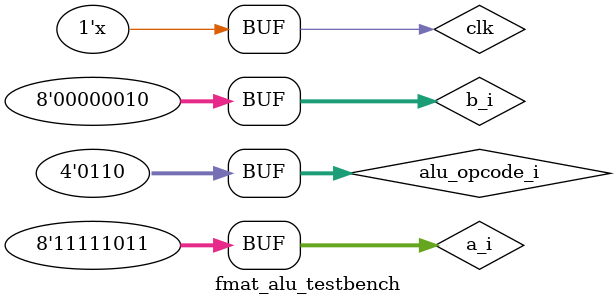
<source format=v>
`define ALU_ADD    3'b000
`define ALU_SUB    3'b001
`define ALU_AND    3'b010
`define ALU_OR     3'b011
`define ALU_NOT    3'b100
`define ALU_LSHIFT 3'b101
`define ALU_RSHIFT 3'b110

module fmat_alu_testbench();
// Declare inputs as regs and outputs as wires

	reg clk;			// Clock
	reg[3:0]  alu_opcode_i;// 4-Bit Opcode
	reg[7:0]  a_i;		    // Input #1 
	reg[7:0]  b_i;		    // Input #2
	wire[7:0] z_o;		    // Output #1
	wire  ovrflw_o;     // Overflow output

// Initialize all variables
initial begin        
	clk = 1;       // initial value of clock
	// add
	#10 a_i = 1;b_i = 2;alu_opcode_i = `ALU_ADD;
	#10 a_i = 127;b_i = 127;alu_opcode_i = `ALU_ADD;
	#10 a_i = 5;b_i = -3;alu_opcode_i = `ALU_ADD;
	#10 a_i = -5;b_i = 3;alu_opcode_i = `ALU_ADD;
	// sub
	#10 a_i = 1;b_i = 2;alu_opcode_i = `ALU_SUB;
	#10 a_i = -127;b_i = -127;alu_opcode_i = `ALU_SUB;
	#10 a_i = 5;b_i = -3;alu_opcode_i = `ALU_SUB;
	#10 a_i = -3;b_i = 5;alu_opcode_i = `ALU_SUB;
	// and
	#10 a_i = 1;b_i = 2;alu_opcode_i = `ALU_AND;
	#10 a_i = 127;b_i = 127;alu_opcode_i = `ALU_AND;
	#10 a_i = 5;b_i = -3;alu_opcode_i = `ALU_AND;
	#10 a_i = -5;b_i = 3;alu_opcode_i = `ALU_AND;
	// or
	#10 a_i = 1;b_i = 2;alu_opcode_i = `ALU_OR;
	#10 a_i = 127;b_i = 127;alu_opcode_i = `ALU_OR;
	#10 a_i = 5;b_i = -3;alu_opcode_i = `ALU_OR;
	#10 a_i = -5;b_i = 3;alu_opcode_i = `ALU_OR;
	// not
	#10 a_i = 1;b_i = 2;alu_opcode_i = `ALU_NOT;
	#10 a_i = 127;b_i = 127;alu_opcode_i = `ALU_NOT;
	#10 a_i = 5;b_i = -3;alu_opcode_i = `ALU_NOT;
	#10 a_i = -5;b_i = 3;alu_opcode_i = `ALU_NOT;
	// lshift
	#10 a_i = 127;b_i = 3;alu_opcode_i = `ALU_LSHIFT;
	#10 a_i = 100;b_i = 1;alu_opcode_i = `ALU_LSHIFT;
	#10 a_i = 5;b_i = 3;alu_opcode_i = `ALU_LSHIFT;
	#10 a_i = -5;b_i = 2;alu_opcode_i = `ALU_LSHIFT;
	// rshift
	#10 a_i = 127;b_i = 3;alu_opcode_i = `ALU_RSHIFT;
	#10 a_i = 100;b_i = 1;alu_opcode_i = `ALU_RSHIFT;
	#10 a_i = 5;b_i = 3;alu_opcode_i = `ALU_RSHIFT;
	#10 a_i = -5;b_i = 2;alu_opcode_i = `ALU_RSHIFT;
end

 // Clock generator
always begin
   #5  clk = ~clk; // Toggle clock every 5 ticks
						// this makes the clock cycle 10 ticks
	
end

// the following creates an instance of our program_counter register.
//   I copied this code verbatim from the walkthough.v that was
//   generated by Quartus when I created the .v file from the .bdf.

fmat_alu	b2v_inst(
	.clk(clk),
	.alu_opcode_i(alu_opcode_i),
	.a_i(a_i),
	.b_i(b_i),
	.z_o(z_o),
	.ovrflw_o(ovrflw_o_alu));


endmodule

</source>
